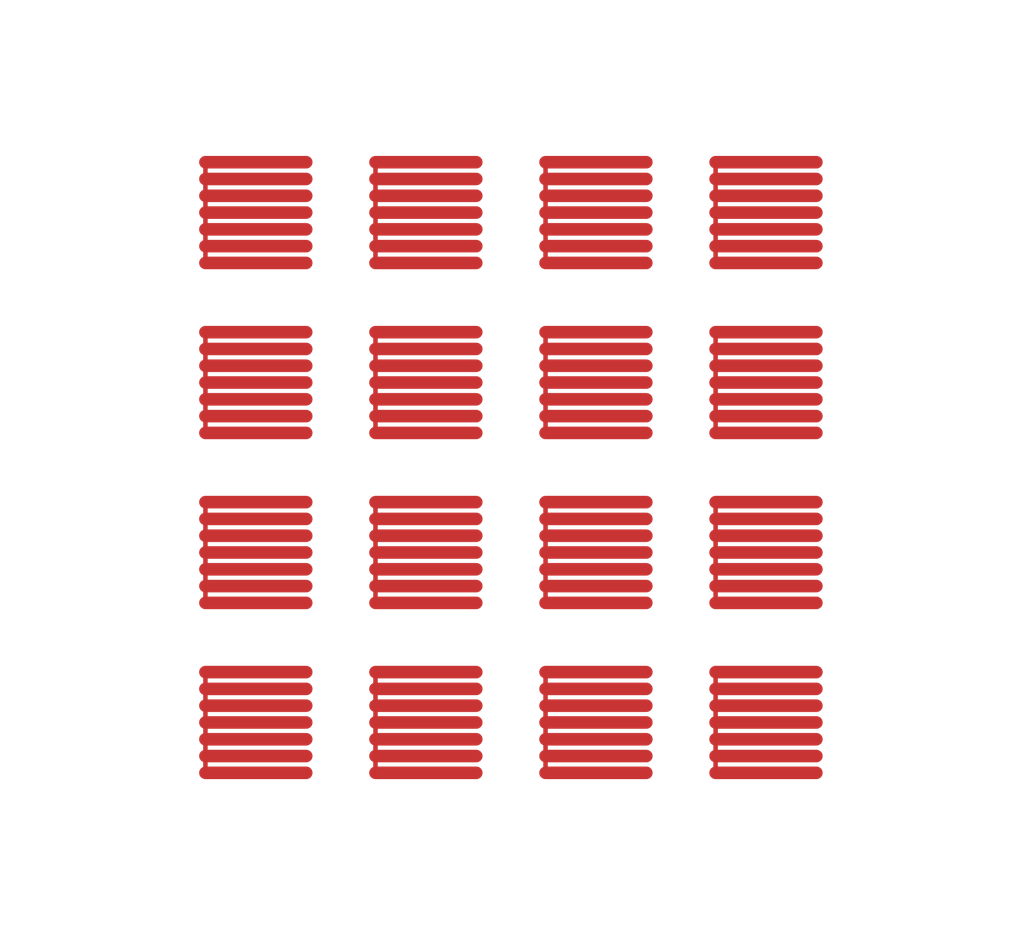
<source format=kicad_pcb>
(kicad_pcb
	(version 20240108)
	(generator "pcbnew")
	(generator_version "8.0")
	(general
		(thickness 1.6)
		(legacy_teardrops no)
	)
	(paper "A4")
	(layers
		(0 "F.Cu" signal)
		(1 "In1.Cu" signal)
		(2 "In2.Cu" signal)
		(31 "B.Cu" signal)
		(32 "B.Adhes" user "B.Adhesive")
		(33 "F.Adhes" user "F.Adhesive")
		(34 "B.Paste" user)
		(35 "F.Paste" user)
		(36 "B.SilkS" user "B.Silkscreen")
		(37 "F.SilkS" user "F.Silkscreen")
		(38 "B.Mask" user)
		(39 "F.Mask" user)
		(40 "Dwgs.User" user "User.Drawings")
		(41 "Cmts.User" user "User.Comments")
		(42 "Eco1.User" user "User.Eco1")
		(43 "Eco2.User" user "User.Eco2")
		(44 "Edge.Cuts" user)
		(45 "Margin" user)
		(46 "B.CrtYd" user "B.Courtyard")
		(47 "F.CrtYd" user "F.Courtyard")
		(48 "B.Fab" user)
		(49 "F.Fab" user)
		(50 "User.1" user)
		(51 "User.2" user)
		(52 "User.3" user)
		(53 "User.4" user)
		(54 "User.5" user)
		(55 "User.6" user)
		(56 "User.7" user)
		(57 "User.8" user)
		(58 "User.9" user)
	)
	(setup
		(stackup
			(layer "F.SilkS"
				(type "Top Silk Screen")
			)
			(layer "F.Paste"
				(type "Top Solder Paste")
			)
			(layer "F.Mask"
				(type "Top Solder Mask")
				(thickness 0.01)
			)
			(layer "F.Cu"
				(type "copper")
				(thickness 0.035)
			)
			(layer "dielectric 1"
				(type "prepreg")
				(thickness 0.1)
				(material "FR4")
				(epsilon_r 4.5)
				(loss_tangent 0.02)
			)
			(layer "In1.Cu"
				(type "copper")
				(thickness 0.035)
			)
			(layer "dielectric 2"
				(type "core")
				(thickness 1.24)
				(material "FR4")
				(epsilon_r 4.5)
				(loss_tangent 0.02)
			)
			(layer "In2.Cu"
				(type "copper")
				(thickness 0.035)
			)
			(layer "dielectric 3"
				(type "prepreg")
				(thickness 0.1)
				(material "FR4")
				(epsilon_r 4.5)
				(loss_tangent 0.02)
			)
			(layer "B.Cu"
				(type "copper")
				(thickness 0.035)
			)
			(layer "B.Mask"
				(type "Bottom Solder Mask")
				(thickness 0.01)
			)
			(layer "B.Paste"
				(type "Bottom Solder Paste")
			)
			(layer "B.SilkS"
				(type "Bottom Silk Screen")
			)
			(layer "F.SilkS"
				(type "Top Silk Screen")
			)
			(layer "F.Paste"
				(type "Top Solder Paste")
			)
			(layer "F.Mask"
				(type "Top Solder Mask")
				(thickness 0.01)
			)
			(layer "F.Cu"
				(type "copper")
				(thickness 0.035)
			)
			(layer "dielectric 4"
				(type "prepreg")
				(thickness 0.1)
				(material "FR4")
				(epsilon_r 4.5)
				(loss_tangent 0.02)
			)
			(layer "In1.Cu"
				(type "copper")
				(thickness 0.035)
			)
			(layer "dielectric 5"
				(type "core")
				(thickness 1.24)
				(material "FR4")
				(epsilon_r 4.5)
				(loss_tangent 0.02)
			)
			(layer "In2.Cu"
				(type "copper")
				(thickness 0.035)
			)
			(layer "dielectric 6"
				(type "prepreg")
				(thickness 0.1)
				(material "FR4")
				(epsilon_r 4.5)
				(loss_tangent 0.02)
			)
			(layer "B.Cu"
				(type "copper")
				(thickness 0.035)
			)
			(layer "B.Mask"
				(type "Bottom Solder Mask")
				(thickness 0.01)
			)
			(layer "B.Paste"
				(type "Bottom Solder Paste")
			)
			(layer "B.SilkS"
				(type "Bottom Silk Screen")
			)
			(layer "F.SilkS"
				(type "Top Silk Screen")
			)
			(layer "F.Paste"
				(type "Top Solder Paste")
			)
			(layer "F.Mask"
				(type "Top Solder Mask")
				(thickness 0.01)
			)
			(layer "F.Cu"
				(type "copper")
				(thickness 0.035)
			)
			(layer "dielectric 7"
				(type "prepreg")
				(thickness 0.1)
				(material "FR4")
				(epsilon_r 4.5)
				(loss_tangent 0.02)
			)
			(layer "In1.Cu"
				(type "copper")
				(thickness 0.035)
			)
			(layer "dielectric 8"
				(type "core")
				(thickness 1.24)
				(material "FR4")
				(epsilon_r 4.5)
				(loss_tangent 0.02)
			)
			(layer "In2.Cu"
				(type "copper")
				(thickness 0.035)
			)
			(layer "dielectric 9"
				(type "prepreg")
				(thickness 0.1)
				(material "FR4")
				(epsilon_r 4.5)
				(loss_tangent 0.02)
			)
			(layer "B.Cu"
				(type "copper")
				(thickness 0.035)
			)
			(layer "B.Mask"
				(type "Bottom Solder Mask")
				(thickness 0.01)
			)
			(layer "B.Paste"
				(type "Bottom Solder Paste")
			)
			(layer "B.SilkS"
				(type "Bottom Silk Screen")
			)
			(copper_finish "None")
			(dielectric_constraints no)
		)
		(pad_to_mask_clearance 0)
		(allow_soldermask_bridges_in_footprints no)
		(grid_origin 57.1476 0)
		(pcbplotparams
			(layerselection 0x0000000_7ffffffc)
			(plot_on_all_layers_selection 0x0000000_00000000)
			(disableapertmacros no)
			(usegerberextensions no)
			(usegerberattributes yes)
			(usegerberadvancedattributes yes)
			(creategerberjobfile yes)
			(dashed_line_dash_ratio 12.000000)
			(dashed_line_gap_ratio 3.000000)
			(svgprecision 6)
			(plotframeref no)
			(viasonmask no)
			(mode 1)
			(useauxorigin no)
			(hpglpennumber 1)
			(hpglpenspeed 20)
			(hpglpendiameter 15.000000)
			(pdf_front_fp_property_popups yes)
			(pdf_back_fp_property_popups yes)
			(dxfpolygonmode yes)
			(dxfimperialunits yes)
			(dxfusepcbnewfont yes)
			(psnegative no)
			(psa4output no)
			(plotreference yes)
			(plotvalue yes)
			(plotfptext yes)
			(plotinvisibletext no)
			(sketchpadsonfab no)
			(subtractmaskfromsilk no)
			(outputformat 1)
			(mirror no)
			(drillshape 0)
			(scaleselection 1)
			(outputdirectory "./fab")
		)
	)
	(net 0 "")
	(segment
		(start 117.777777 87.222222)
		(end 122.222222 87.222222)
		(width 0.555555)
		(layer "F.Cu")
		(net 0)
		(uuid "023f27a8-e122-469a-b4d9-89cd3cebd184")
	)
	(segment
		(start 117.777777 83.518518)
		(end 122.222222 83.518518)
		(width 0.555555)
		(layer "F.Cu")
		(net 0)
		(uuid "02875c70-24b8-4eef-be90-8d3a334c66cb")
	)
	(segment
		(start 125.277777 90.277777)
		(end 129.722222 90.277777)
		(width 0.555555)
		(layer "F.Cu")
		(net 0)
		(uuid "03239209-22bb-49c9-85fd-5481e9c2b078")
	)
	(segment
		(start 110.277777 76.018518)
		(end 114.722222 76.018518)
		(width 0.555555)
		(layer "F.Cu")
		(net 0)
		(uuid "086c2009-8708-4185-8fb8-8a9673baadf0")
	)
	(segment
		(start 117.777777 92.5)
		(end 122.222222 92.5)
		(width 0.555555)
		(layer "F.Cu")
		(net 0)
		(uuid "0aab0206-124b-46b2-98b2-dc7a3cd293f7")
	)
	(segment
		(start 110.277777 101.481481)
		(end 114.722222 101.481481)
		(width 0.555555)
		(layer "F.Cu")
		(net 0)
		(uuid "0ee50f17-8bf7-4942-9f6b-adf0a11bdbd1")
	)
	(segment
		(start 132.777777 91.018518)
		(end 137.222222 91.018518)
		(width 0.555555)
		(layer "F.Cu")
		(net 0)
		(uuid "0fc061f4-0b4c-467f-a79a-fbef8068e671")
	)
	(segment
		(start 110.277777 102.222222)
		(end 114.722222 102.222222)
		(width 0.555555)
		(layer "F.Cu")
		(net 0)
		(uuid "0ff4bd80-be23-4638-928c-9335eb812fe8")
	)
	(segment
		(start 117.777777 75.277777)
		(end 122.222222 75.277777)
		(width 0.555555)
		(layer "F.Cu")
		(net 0)
		(uuid "11cac0f6-2b13-498a-b5ae-fd26925e524a")
	)
	(segment
		(start 110.277777 75.277777)
		(end 110.277777 79.722222)
		(width 0.2)
		(layer "F.Cu")
		(net 0)
		(uuid "13f90b37-e65f-4f9f-840d-d53fd80d3115")
	)
	(segment
		(start 110.277777 94.722222)
		(end 114.722222 94.722222)
		(width 0.555555)
		(layer "F.Cu")
		(net 0)
		(uuid "156d40de-fb96-4294-9d46-595b6f37b0d2")
	)
	(segment
		(start 117.777777 101.481481)
		(end 122.222222 101.481481)
		(width 0.555555)
		(layer "F.Cu")
		(net 0)
		(uuid "1a226ca6-18c6-4d97-a80a-06da49b17936")
	)
	(segment
		(start 117.777777 93.24074)
		(end 122.222222 93.24074)
		(width 0.555555)
		(layer "F.Cu")
		(net 0)
		(uuid "1ca3da0b-ab45-4cb5-9b1b-a87d99cf986e")
	)
	(segment
		(start 132.777777 100)
		(end 137.222222 100)
		(width 0.555555)
		(layer "F.Cu")
		(net 0)
		(uuid "1d26e535-cd9f-423a-a65e-0adc0946a831")
	)
	(segment
		(start 110.277777 91.018518)
		(end 114.722222 91.018518)
		(width 0.555555)
		(layer "F.Cu")
		(net 0)
		(uuid "21aeedde-57d8-498e-b017-93c14e9fa1f8")
	)
	(segment
		(start 117.777777 82.777777)
		(end 122.222222 82.777777)
		(width 0.555555)
		(layer "F.Cu")
		(net 0)
		(uuid "27babc22-ff06-4189-86dd-c522a5fd0ea2")
	)
	(segment
		(start 125.277777 83.518518)
		(end 129.722222 83.518518)
		(width 0.555555)
		(layer "F.Cu")
		(net 0)
		(uuid "289127a1-0b56-4a94-a8d3-363493a58104")
	)
	(segment
		(start 110.277777 84.259259)
		(end 114.722222 84.259259)
		(width 0.555555)
		(layer "F.Cu")
		(net 0)
		(uuid "295bb48c-4f28-4971-bc84-e1eb4f050a35")
	)
	(segment
		(start 110.277777 83.518518)
		(end 114.722222 83.518518)
		(width 0.555555)
		(layer "F.Cu")
		(net 0)
		(uuid "2dd0f9c5-f5b0-4688-99ce-341507c8bc57")
	)
	(segment
		(start 125.277777 76.759259)
		(end 129.722222 76.759259)
		(width 0.555555)
		(layer "F.Cu")
		(net 0)
		(uuid "2dd15626-f679-4c48-9efe-c673b2b62a24")
	)
	(segment
		(start 132.777777 77.5)
		(end 137.222222 77.5)
		(width 0.555555)
		(layer "F.Cu")
		(net 0)
		(uuid "2fa39864-d3ad-4bcc-8cb2-3cfdc0d8ed17")
	)
	(segment
		(start 132.777777 76.018518)
		(end 137.222222 76.018518)
		(width 0.555555)
		(layer "F.Cu")
		(net 0)
		(uuid "303c4085-d9ee-43f2-9584-3485a825a498")
	)
	(segment
		(start 117.777777 82.777777)
		(end 117.777777 87.222222)
		(width 0.2)
		(layer "F.Cu")
		(net 0)
		(uuid "318fa08d-501a-4cf1-b0c4-22b093619ab6")
	)
	(segment
		(start 110.277777 85)
		(end 114.722222 85)
		(width 0.555555)
		(layer "F.Cu")
		(net 0)
		(uuid "34cf60af-0b75-4f81-b5f9-0a9a6b44bc4f")
	)
	(segment
		(start 117.777777 85)
		(end 122.222222 85)
		(width 0.555555)
		(layer "F.Cu")
		(net 0)
		(uuid "3785614d-b8d5-490d-8b94-7e2dbd408828")
	)
	(segment
		(start 132.777777 100.74074)
		(end 137.222222 100.74074)
		(width 0.555555)
		(layer "F.Cu")
		(net 0)
		(uuid "38e50182-bad2-41c7-b8b5-83f725499432")
	)
	(segment
		(start 132.777777 90.277777)
		(end 137.222222 90.277777)
		(width 0.555555)
		(layer "F.Cu")
		(net 0)
		(uuid "38fb1131-decd-4b0c-9a2d-58f39aa20346")
	)
	(segment
		(start 117.777777 79.722222)
		(end 122.222222 79.722222)
		(width 0.555555)
		(layer "F.Cu")
		(net 0)
		(uuid "3f1facc6-6a1e-4f58-b852-05d68ac4ed2c")
	)
	(segment
		(start 125.277777 82.777777)
		(end 129.722222 82.777777)
		(width 0.555555)
		(layer "F.Cu")
		(net 0)
		(uuid "406af96e-fb1d-4453-9fdd-d7aab240d5b9")
	)
	(segment
		(start 132.777777 75.277777)
		(end 132.777777 79.722222)
		(width 0.2)
		(layer "F.Cu")
		(net 0)
		(uuid "41770cdb-43e4-408a-86c9-21a86ee4419e")
	)
	(segment
		(start 110.277777 85.74074)
		(end 114.722222 85.74074)
		(width 0.555555)
		(layer "F.Cu")
		(net 0)
		(uuid "42399411-058e-446d-bfb9-4ce20c5c6b56")
	)
	(segment
		(start 132.777777 99.259259)
		(end 137.222222 99.259259)
		(width 0.555555)
		(layer "F.Cu")
		(net 0)
		(uuid "430b8e83-941c-4d7b-9398-00b87bb206cc")
	)
	(segment
		(start 125.277777 79.722222)
		(end 129.722222 79.722222)
		(width 0.555555)
		(layer "F.Cu")
		(net 0)
		(uuid "4400f924-e082-41c2-ae36-a64c492cf82a")
	)
	(segment
		(start 125.277777 75.277777)
		(end 125.277777 79.722222)
		(width 0.2)
		(layer "F.Cu")
		(net 0)
		(uuid "44a8ae4d-9ba7-434d-b05a-2507cb5d463b")
	)
	(segment
		(start 125.277777 76.018518)
		(end 129.722222 76.018518)
		(width 0.555555)
		(layer "F.Cu")
		(net 0)
		(uuid "44ec95ae-525f-46b5-80cd-674a0f9e3bdb")
	)
	(segment
		(start 117.777777 102.222222)
		(end 122.222222 102.222222)
		(width 0.555555)
		(layer "F.Cu")
		(net 0)
		(uuid "48efe6b1-167e-48f8-81de-323687f86e17")
	)
	(segment
		(start 117.777777 86.481481)
		(end 122.222222 86.481481)
		(width 0.555555)
		(layer "F.Cu")
		(net 0)
		(uuid "4b0a9a89-0e8b-47ef-84be-c54fc2eda60a")
	)
	(segment
		(start 132.777777 102.222222)
		(end 137.222222 102.222222)
		(width 0.555555)
		(layer "F.Cu")
		(net 0)
		(uuid "4ea75ce7-9e5a-4f8e-8729-03cb66fea661")
	)
	(segment
		(start 110.277777 90.277777)
		(end 114.722222 90.277777)
		(width 0.555555)
		(layer "F.Cu")
		(net 0)
		(uuid "50a17d8e-5312-41d8-a65a-727c97f389ef")
	)
	(segment
		(start 132.777777 78.981481)
		(end 137.222222 78.981481)
		(width 0.555555)
		(layer "F.Cu")
		(net 0)
		(uuid "5101c7d1-13ed-4f21-a2d1-83ed32f54164")
	)
	(segment
		(start 110.277777 79.722222)
		(end 114.722222 79.722222)
		(width 0.555555)
		(layer "F.Cu")
		(net 0)
		(uuid "524aa18f-d41e-452c-85d7-02d6db4aeece")
	)
	(segment
		(start 110.277777 75.277777)
		(end 114.722222 75.277777)
		(width 0.555555)
		(layer "F.Cu")
		(net 0)
		(uuid "56406985-a740-4d6d-b889-2d3b419277c3")
	)
	(segment
		(start 117.777777 100)
		(end 122.222222 100)
		(width 0.555555)
		(layer "F.Cu")
		(net 0)
		(uuid "5687336d-33bb-4a8b-a9c3-1bde8658858b")
	)
	(segment
		(start 125.277777 100)
		(end 129.722222 100)
		(width 0.555555)
		(layer "F.Cu")
		(net 0)
		(uuid "56e62e89-40c5-4c45-b703-a62db3dac7e7")
	)
	(segment
		(start 132.777777 82.777777)
		(end 132.777777 87.222222)
		(width 0.2)
		(layer "F.Cu")
		(net 0)
		(uuid "593d86fc-c0ed-460d-8e3b-863fb729582e")
	)
	(segment
		(start 117.777777 100.74074)
		(end 122.222222 100.74074)
		(width 0.555555)
		(layer "F.Cu")
		(net 0)
		(uuid "5b152a07-ddaa-4039-847d-57755f53c130")
	)
	(segment
		(start 110.277777 93.981481)
		(end 114.722222 93.981481)
		(width 0.555555)
		(layer "F.Cu")
		(net 0)
		(uuid "5b489643-ae14-42cb-b54b-2ed27eea1adf")
	)
	(segment
		(start 117.777777 99.259259)
		(end 122.222222 99.259259)
		(width 0.555555)
		(layer "F.Cu")
		(net 0)
		(uuid "5dd0865c-bd63-4c89-80fb-ae0cf565988b")
	)
	(segment
		(start 125.277777 84.259259)
		(end 129.722222 84.259259)
		(width 0.555555)
		(layer "F.Cu")
		(net 0)
		(uuid "5ebf1924-13ab-4eff-9f97-dcca156f54d1")
	)
	(segment
		(start 125.277777 100.74074)
		(end 129.722222 100.74074)
		(width 0.555555)
		(layer "F.Cu")
		(net 0)
		(uuid "60b75cf0-1db0-465f-8884-ce91b24c473f")
	)
	(segment
		(start 132.777777 85)
		(end 137.222222 85)
		(width 0.555555)
		(layer "F.Cu")
		(net 0)
		(uuid "62cc3a0c-255d-4569-b5cc-0510d5c8f1da")
	)
	(segment
		(start 132.777777 93.981481)
		(end 137.222222 93.981481)
		(width 0.555555)
		(layer "F.Cu")
		(net 0)
		(uuid "64e09ea6-fce9-419b-a929-421d5523fa54")
	)
	(segment
		(start 117.777777 93.981481)
		(end 122.222222 93.981481)
		(width 0.555555)
		(layer "F.Cu")
		(net 0)
		(uuid "651a35b9-6d96-4ba0-8963-df5295dc7b68")
	)
	(segment
		(start 117.777777 97.777777)
		(end 122.222222 97.777777)
		(width 0.555555)
		(layer "F.Cu")
		(net 0)
		(uuid "667ad42f-2fa4-45c2-a48f-a1640a9710f0")
	)
	(segment
		(start 132.777777 82.777777)
		(end 137.222222 82.777777)
		(width 0.555555)
		(layer "F.Cu")
		(net 0)
		(uuid "67c68b26-f7ed-427b-830e-0228c0f050c6")
	)
	(segment
		(start 117.777777 84.259259)
		(end 122.222222 84.259259)
		(width 0.555555)
		(layer "F.Cu")
		(net 0)
		(uuid "6b90e612-d19a-4411-a9f0-9f9be1fbc696")
	)
	(segment
		(start 132.777777 97.777777)
		(end 132.777777 102.222222)
		(width 0.2)
		(layer "F.Cu")
		(net 0)
		(uuid "6cd0c15c-ce25-4f13-bfc7-d11b6c358f8c")
	)
	(segment
		(start 132.777777 94.722222)
		(end 137.222222 94.722222)
		(width 0.555555)
		(layer "F.Cu")
		(net 0)
		(uuid "722d395b-3451-4a9e-894e-471c8bf5cdb1")
	)
	(segment
		(start 117.777777 76.759259)
		(end 122.222222 76.759259)
		(width 0.555555)
		(layer "F.Cu")
		(net 0)
		(uuid "72b7c413-a77c-4e16-aea5-6a6d73fc5055")
	)
	(segment
		(start 110.277777 98.518518)
		(end 114.722222 98.518518)
		(width 0.555555)
		(layer "F.Cu")
		(net 0)
		(uuid "737e25a3-169d-46b5-b56c-4026cda72eca")
	)
	(segment
		(start 117.777777 78.24074)
		(end 122.222222 78.24074)
		(width 0.555555)
		(layer "F.Cu")
		(net 0)
		(uuid "756298f4-3243-42d2-be76-b7cb27149719")
	)
	(segment
		(start 110.277777 87.222222)
		(end 114.722222 87.222222)
		(width 0.555555)
		(layer "F.Cu")
		(net 0)
		(uuid "76238154-c6af-4dc8-b54d-4f2645e0399f")
	)
	(segment
		(start 132.777777 87.222222)
		(end 137.222222 87.222222)
		(width 0.555555)
		(layer "F.Cu")
		(net 0)
		(uuid "7851f5af-6a4b-4d01-8523-c8b9d4dd9c86")
	)
	(segment
		(start 125.277777 94.722222)
		(end 129.722222 94.722222)
		(width 0.555555)
		(layer "F.Cu")
		(net 0)
		(uuid "7b3f2c73-6075-46b5-8864-a82a63cf70de")
	)
	(segment
		(start 125.277777 86.481481)
		(end 129.722222 86.481481)
		(width 0.555555)
		(layer "F.Cu")
		(net 0)
		(uuid "7bacd7ec-aa81-4a19-ac1c-2225bf2560f6")
	)
	(segment
		(start 132.777777 92.5)
		(end 137.222222 92.5)
		(width 0.555555)
		(layer "F.Cu")
		(net 0)
		(uuid "7ded069a-5eb6-4866-8a6f-07a4e55bf649")
	)
	(segment
		(start 125.277777 91.018518)
		(end 129.722222 91.018518)
		(width 0.555555)
		(layer "F.Cu")
		(net 0)
		(uuid "7f002b21-4de2-4a39-882e-d44fbdb96a59")
	)
	(segment
		(start 110.277777 97.777777)
		(end 114.722222 97.777777)
		(width 0.555555)
		(layer "F.Cu")
		(net 0)
		(uuid "81fe8e73-61c1-4d94-aa17-52df900fc5f2")
	)
	(segment
		(start 132.777777 76.759259)
		(end 137.222222 76.759259)
		(width 0.555555)
		(layer "F.Cu")
		(net 0)
		(uuid "856692fe-5651-4df2-bde5-96569545159e")
	)
	(segment
		(start 117.777777 77.5)
		(end 122.222222 77.5)
		(width 0.555555)
		(layer "F.Cu")
		(net 0)
		(uuid "874fd3d0-5ccb-4b37-a18d-fd9a1c18d4fc")
	)
	(segment
		(start 125.277777 93.24074)
		(end 129.722222 93.24074)
		(width 0.555555)
		(layer "F.Cu")
		(net 0)
		(uuid "89ee5afb-3c6c-40fe-b7c8-c7c8282aca5f")
	)
	(segment
		(start 110.277777 77.5)
		(end 114.722222 77.5)
		(width 0.555555)
		(layer "F.Cu")
		(net 0)
		(uuid "89f14829-4fe0-4c50-8817-949110c4dc7c")
	)
	(segment
		(start 117.777777 90.277777)
		(end 122.222222 90.277777)
		(width 0.555555)
		(layer "F.Cu")
		(net 0)
		(uuid "89f16d5c-910a-4472-9c8c-2f515e57554f")
	)
	(segment
		(start 117.777777 85.74074)
		(end 122.222222 85.74074)
		(width 0.555555)
		(layer "F.Cu")
		(net 0)
		(uuid "8be12ff7-6ea2-415e-b00b-99c63b976e6c")
	)
	(segment
		(start 110.277777 97.777777)
		(end 110.277777 102.222222)
		(width 0.2)
		(layer "F.Cu")
		(net 0)
		(uuid "8d45067f-4483-4d30-8417-ffdf836ce848")
	)
	(segment
		(start 132.777777 101.481481)
		(end 137.222222 101.481481)
		(width 0.555555)
		(layer "F.Cu")
		(net 0)
		(uuid "90586fac-8b89-4090-991e-144fd5fe99cc")
	)
	(segment
		(start 110.277777 82.777777)
		(end 114.722222 82.777777)
		(width 0.555555)
		(layer "F.Cu")
		(net 0)
		(uuid "91792bb7-1b4a-4972-ada5-e8c5cde1874b")
	)
	(segment
		(start 117.777777 75.277777)
		(end 117.777777 79.722222)
		(width 0.2)
		(layer "F.Cu")
		(net 0)
		(uuid "91c18d23-b888-4531-9093-8b49ad503c2a")
	)
	(segment
		(start 125.277777 78.24074)
		(end 129.722222 78.24074)
		(width 0.555555)
		(layer "F.Cu")
		(net 0)
		(uuid "941d77c6-1c73-4eda-b9d8-c51995f3d346")
	)
	(segment
		(start 132.777777 91.759259)
		(end 137.222222 91.759259)
		(width 0.555555)
		(layer "F.Cu")
		(net 0)
		(uuid "96498aa1-fb1c-45cd-9e4c-9d978be33aa4")
	)
	(segment
		(start 132.777777 90.277777)
		(end 132.777777 94.722222)
		(width 0.2)
		(layer "F.Cu")
		(net 0)
		(uuid "967fa608-8237-4ebd-ba54-735497517a23")
	)
	(segment
		(start 110.277777 76.759259)
		(end 114.722222 76.759259)
		(width 0.555555)
		(layer "F.Cu")
		(net 0)
		(uuid "9a6e5940-eba6-4dd1-8662-c17c1264df3f")
	)
	(segment
		(start 132.777777 93.24074)
		(end 137.222222 93.24074)
		(width 0.555555)
		(layer "F.Cu")
		(net 0)
		(uuid "9e89031f-65f4-4e48-9ad2-39f6b0715d98")
	)
	(segment
		(start 125.277777 98.518518)
		(end 129.722222 98.518518)
		(width 0.555555)
		(layer "F.Cu")
		(net 0)
		(uuid "a1860513-d87e-44f5-83ab-a276243b4a40")
	)
	(segment
		(start 125.277777 85)
		(end 129.722222 85)
		(width 0.555555)
		(layer "F.Cu")
		(net 0)
		(uuid "a278c2e1-0f0e-4d9f-a553-d71bc55027dd")
	)
	(segment
		(start 132.777777 98.518518)
		(end 137.222222 98.518518)
		(width 0.555555)
		(layer "F.Cu")
		(net 0)
		(uuid "a3818e70-a84f-45cf-aaa4-063237681198")
	)
	(segment
		(start 132.777777 97.777777)
		(end 137.222222 97.777777)
		(width 0.555555)
		(layer "F.Cu")
		(net 0)
		(uuid "a421014e-7922-444a-b877-1234873bf530")
	)
	(segment
		(start 110.277777 92.5)
		(end 114.722222 92.5)
		(width 0.555555)
		(layer "F.Cu")
		(net 0)
		(uuid "a4369d34-080a-47fe-895d-3058cb1cbd47")
	)
	(segment
		(start 117.777777 90.277777)
		(end 117.777777 94.722222)
		(width 0.2)
		(layer "F.Cu")
		(net 0)
		(uuid "a628351a-0d00-45c9-8767-f56b0f3cfbc1")
	)
	(segment
		(start 117.777777 91.018518)
		(end 122.222222 91.018518)
		(width 0.555555)
		(layer "F.Cu")
		(net 0)
		(uuid "a9d2c9b7-ab46-45be-9505-08ee810019a4")
	)
	(segment
		(start 125.277777 90.277777)
		(end 125.277777 94.722222)
		(width 0.2)
		(layer "F.Cu")
		(net 0)
		(uuid "b01c75d3-7ff9-419d-a168-43e61c10db27")
	)
	(segment
		(start 125.277777 82.777777)
		(end 125.277777 87.222222)
		(width 0.2)
		(layer "F.Cu")
		(net 0)
		(uuid "b02b7708-5519-42fc-a1b1-6aefd567f5d4")
	)
	(segment
		(start 117.777777 78.981481)
		(end 122.222222 78.981481)
		(width 0.555555)
		(layer "F.Cu")
		(net 0)
		(uuid "b4076bd0-17c0-4eab-9284-edf1ea48da32")
	)
	(segment
		(start 125.277777 93.981481)
		(end 129.722222 93.981481)
		(width 0.555555)
		(layer "F.Cu")
		(net 0)
		(uuid "b6bc0dae-5b75-406a-a0df-77a1cf1b946c")
	)
	(segment
		(start 110.277777 78.24074)
		(end 114.722222 78.24074)
		(width 0.555555)
		(layer "F.Cu")
		(net 0)
		(uuid "b7fd07d3-0f69-4c2f-9d7d-77361007e923")
	)
	(segment
		(start 110.277777 91.759259)
		(end 114.722222 91.759259)
		(width 0.555555)
		(layer "F.Cu")
		(net 0)
		(uuid "b927d867-551f-4053-9bf5-24da15144534")
	)
	(segment
		(start 110.277777 93.24074)
		(end 114.722222 93.24074)
		(width 0.555555)
		(layer "F.Cu")
		(net 0)
		(uuid "b9e9e1e9-de6f-4378-8a4e-2218316cd98d")
	)
	(segment
		(start 110.277777 86.481481)
		(end 114.722222 86.481481)
		(width 0.555555)
		(layer "F.Cu")
		(net 0)
		(uuid "ba313882-09cd-483d-8970-eff78b6a3db3")
	)
	(segment
		(start 132.777777 83.518518)
		(end 137.222222 83.518518)
		(width 0.555555)
		(layer "F.Cu")
		(net 0)
		(uuid "bacad274-43f4-4053-bd9b-5308e6f41b0b")
	)
	(segment
		(start 110.277777 78.981481)
		(end 114.722222 78.981481)
		(width 0.555555)
		(layer "F.Cu")
		(net 0)
		(uuid "bcff3b78-68ff-428b-9ac7-94a049d492e1")
	)
	(segment
		(start 132.777777 75.277777)
		(end 137.222222 75.277777)
		(width 0.555555)
		(layer "F.Cu")
		(net 0)
		(uuid "bdd09c26-ea86-4bb7-85bb-4032e131a6b7")
	)
	(segment
		(start 125.277777 77.5)
		(end 129.722222 77.5)
		(width 0.555555)
		(layer "F.Cu")
		(net 0)
		(uuid "be955cdc-7150-4fe6-9e31-0d8c62366c1c")
	)
	(segment
		(start 110.277777 90.277777)
		(end 110.277777 94.722222)
		(width 0.2)
		(layer "F.Cu")
		(net 0)
		(uuid "c17502e6-fc17-491c-ac56-a75185041330")
	)
	(segment
		(start 110.277777 99.259259)
		(end 114.722222 99.259259)
		(width 0.555555)
		(layer "F.Cu")
		(net 0)
		(uuid "c3ff0207-cd47-4020-b71b-91a8e3622d98")
	)
	(segment
		(start 132.777777 79.722222)
		(end 137.222222 79.722222)
		(width 0.555555)
		(layer "F.Cu")
		(net 0)
		(uuid "c5c39172-7b10-4bcc-8253-8382891eb881")
	)
	(segment
		(start 125.277777 91.759259)
		(end 129.722222 91.759259)
		(width 0.555555)
		(layer "F.Cu")
		(net 0)
		(uuid "c69df04d-9474-438d-a647-e04558ec2b09")
	)
	(segment
		(start 125.277777 101.481481)
		(end 129.722222 101.481481)
		(width 0.555555)
		(layer "F.Cu")
		(net 0)
		(uuid "cfe28aa1-faf1-466e-9afa-87e5d7a1f380")
	)
	(segment
		(start 125.277777 75.277777)
		(end 129.722222 75.277777)
		(width 0.555555)
		(layer "F.Cu")
		(net 0)
		(uuid "d25c3abf-db56-4c0e-bf42-9dc5f8d4061a")
	)
	(segment
		(start 110.277777 82.777777)
		(end 110.277777 87.222222)
		(width 0.2)
		(layer "F.Cu")
		(net 0)
		(uuid "d4d2eb6b-e337-4086-bf8f-02d68de437fb")
	)
	(segment
		(start 125.277777 85.74074)
		(end 129.722222 85.74074)
		(width 0.555555)
		(layer "F.Cu")
		(net 0)
		(uuid "d63323b8-dd90-4c0e-ac4a-f4042c8ee502")
	)
	(segment
		(start 125.277777 97.777777)
		(end 129.722222 97.777777)
		(width 0.555555)
		(layer "F.Cu")
		(net 0)
		(uuid "d88f491b-2cfa-4ebd-9b06-36ca9bb23780")
	)
	(segment
		(start 110.277777 100.74074)
		(end 114.722222 100.74074)
		(width 0.555555)
		(layer "F.Cu")
		(net 0)
		(uuid "db60732f-44a0-4160-9909-c6fb6252d53a")
	)
	(segment
		(start 117.777777 91.759259)
		(end 122.222222 91.759259)
		(width 0.555555)
		(layer "F.Cu")
		(net 0)
		(uuid "dee2e7b3-d4fd-4e28-b7e0-8281f6749caf")
	)
	(segment
		(start 125.277777 87.222222)
		(end 129.722222 87.222222)
		(width 0.555555)
		(layer "F.Cu")
		(net 0)
		(uuid "dee36f2f-ca73-4aa9-98a6-64e4331b706f")
	)
	(segment
		(start 125.277777 78.981481)
		(end 129.722222 78.981481)
		(width 0.555555)
		(layer "F.Cu")
		(net 0)
		(uuid "df2ce977-75c8-4cd6-9d6e-38b76b2c9b70")
	)
	(segment
		(start 117.777777 98.518518)
		(end 122.222222 98.518518)
		(width 0.555555)
		(layer "F.Cu")
		(net 0)
		(uuid "e5425998-c5d6-470f-b8aa-e410c0eef51c")
	)
	(segment
		(start 125.277777 99.259259)
		(end 129.722222 99.259259)
		(width 0.555555)
		(layer "F.Cu")
		(net 0)
		(uuid "e948a062-ca15-4f7c-8760-663b7b793641")
	)
	(segment
		(start 132.777777 84.259259)
		(end 137.222222 84.259259)
		(width 0.555555)
		(layer "F.Cu")
		(net 0)
		(uuid "ea7c628b-0ee0-4280-bd24-ad3effbd1653")
	)
	(segment
		(start 117.777777 94.722222)
		(end 122.222222 94.722222)
		(width 0.555555)
		(layer "F.Cu")
		(net 0)
		(uuid "eae68f83-ed3a-414e-a123-73393d728f65")
	)
	(segment
		(start 110.277777 100)
		(end 114.722222 100)
		(width 0.555555)
		(layer "F.Cu")
		(net 0)
		(uuid "ef3671ec-2017-49a7-af77-7ef576ef9e06")
	)
	(segment
		(start 125.277777 97.777777)
		(end 125.277777 102.222222)
		(width 0.2)
		(layer "F.Cu")
		(net 0)
		(uuid "f0e36afe-85a6-4b90-b8d9-a6fd6cff086a")
	)
	(segment
		(start 132.777777 85.74074)
		(end 137.222222 85.74074)
		(width 0.555555)
		(layer "F.Cu")
		(net 0)
		(uuid "f19c1e2d-b3f6-4679-9d18-731dd6974dd4")
	)
	(segment
		(start 117.777777 76.018518)
		(end 122.222222 76.018518)
		(width 0.555555)
		(layer "F.Cu")
		(net 0)
		(uuid "f297f777-d04c-48eb-879d-b22787994ac3")
	)
	(segment
		(start 132.777777 86.481481)
		(end 137.222222 86.481481)
		(width 0.555555)
		(layer "F.Cu")
		(net 0)
		(uuid "f3d289d3-e669-42d6-8c35-52a75f989c60")
	)
	(segment
		(start 132.777777 78.24074)
		(end 137.222222 78.24074)
		(width 0.555555)
		(layer "F.Cu")
		(net 0)
		(uuid "f4026b06-b12b-454f-9acb-b5528699c4ec")
	)
	(segment
		(start 117.777777 97.777777)
		(end 117.777777 102.222222)
		(width 0.2)
		(layer "F.Cu")
		(net 0)
		(uuid "f7b3281c-bca3-453a-9685-07e3acead572")
	)
	(segment
		(start 125.277777 102.222222)
		(end 129.722222 102.222222)
		(width 0.555555)
		(layer "F.Cu")
		(net 0)
		(uuid "f851b338-b1ac-4ac3-973b-a27041c027b3")
	)
	(segment
		(start 125.277777 92.5)
		(end 129.722222 92.5)
		(width 0.555555)
		(layer "F.Cu")
		(net 0)
		(uuid "ff3d252d-4885-4dac-b8fb-8ceb1b0e6601")
	)
	(segment
		(start 110.092592 94.907407)
		(end 114.907407 94.907407)
		(width 0.185185)
		(layer "In1.Cu")
		(net 0)
		(uuid "02ef3141-cf8d-479f-8b74-f671634c1b65")
	)
	(segment
		(start 125.092592 97.592592)
		(end 129.907407 97.592592)
		(width 0.185185)
		(layer "In1.Cu")
		(net 0)
		(uuid "0469b3ef-7a07-453b-8cca-81d67b536740")
	)
	(segment
		(start 117.777777 75.648148)
		(end 122.222222 75.648148)
		(width 0.555555)
		(layer "In1.Cu")
		(net 0)
		(uuid "04d59a84-fe89-4192-aba0-a1522c92132a")
	)
	(segment
		(start 132.592592 75.092592)
		(end 137.407407 75.092592)
		(width 0.185185)
		(layer "In1.Cu")
		(net 0)
		(uuid "08b5f482-f9cc-4468-b826-030372931cde")
	)
	(segment
		(start 117.777777 94.351851)
		(end 122.222222 94.351851)
		(width 0.555555)
		(layer "In1.Cu")
		(net 0)
		(uuid "0b86caee-fd7a-41b5-b9b2-7da8f05e722f")
	)
	(segment
		(start 110.277777 91.388888)
		(end 114.722222 91.388888)
		(width 0.555555)
		(layer "In1.Cu")
		(net 0)
		(uuid "0da8542e-169d-456b-b1d7-b3e974fa296a")
	)
	(segment
		(start 132.777777 86.851851)
		(end 137.222222 86.851851)
		(width 0.555555)
		(layer "In1.Cu")
		(net 0)
		(uuid "0dee8609-64cb-4085-aad3-3b6104455f10")
	)
	(segment
		(start 110.277777 76.388888)
		(end 114.722222 76.388888)
		(width 0.555555)
		(layer "In1.Cu")
		(net 0)
		(uuid "0f37e6de-1a7f-4b13-8b46-b896f20cb049")
	)
	(segment
		(start 132.592592 87.407407)
		(end 137.407407 87.407407)
		(width 0.185185)
		(layer "In1.Cu")
		(net 0)
		(uuid "10cd5c87-a36d-4301-82ef-88db79527511")
	)
	(segment
		(start 132.777777 100.37037)
		(end 137.222222 100.37037)
		(width 0.555555)
		(layer "In1.Cu")
		(net 0)
		(uuid "10f9c7cd-5943-49c1-a614-969e7bf02178")
	)
	(segment
		(start 122.222222 94.907407)
		(end 122.222222 90.092592)
		(width 0.2)
		(layer "In1.Cu")
		(net 0)
		(uuid "13ec7384-fa82-43b7-b833-00d003854c19")
	)
	(segment
		(start 110.277777 83.888888)
		(end 114.722222 83.888888)
		(width 0.555555)
		(layer "In1.Cu")
		(net 0)
		(uuid "14b971b0-8bc7-4e00-a62b-4e8ef28976ce")
	)
	(segment
		(start 132.777777 77.87037)
		(end 137.222222 77.87037)
		(width 0.555555)
		(layer "In1.Cu")
		(net 0)
		(uuid "151d65f1-ce8b-4657-a80d-10e5366c6bd4")
	)
	(segment
		(start 132.592592 102.407407)
		(end 137.407407 102.407407)
		(width 0.185185)
		(layer "In1.Cu")
		(net 0)
		(uuid "158ab7ce-51bf-4619-8bde-d5fdee02816b")
	)
	(segment
		(start 117.777777 101.851851)
		(end 122.222222 101.851851)
		(width 0.555555)
		(layer "In1.Cu")
		(net 0)
		(uuid "15ef0c6e-bd69-43f4-b07f-d793afcbdefa")
	)
	(segment
		(start 117.777777 92.87037)
		(end 122.222222 92.87037)
		(width 0.555555)
		(layer "In1.Cu")
		(net 0)
		(uuid "1bf094f2-c7c4-431e-8f41-df5ca9406b53")
	)
	(segment
		(start 117.592592 82.592592)
		(end 122.407407 82.592592)
		(width 0.185185)
		(layer "In1.Cu")
		(net 0)
		(uuid "1dd92815-0c22-4d1a-8166-6149bbc668d0")
	)
	(segment
		(start 137.222222 87.407407)
		(end 137.222222 82.592592)
		(width 0.2)
		(layer "In1.Cu")
		(net 0)
		(uuid "1e24a245-2ce8-497b-961c-1492fea7ecc0")
	)
	(segment
		(start 132.777777 76.388888)
		(end 137.222222 76.388888)
		(width 0.555555)
		(layer "In1.Cu")
		(net 0)
		(uuid "1ebad383-3200-4055-b72b-877f49036478")
	)
	(segment
		(start 110.277777 93.611111)
		(end 114.722222 93.611111)
		(width 0.555555)
		(layer "In1.Cu")
		(net 0)
		(uuid "205a4412-1fcc-46fd-b3b7-6ca307a40942")
	)
	(segment
		(start 125.277777 92.129629)
		(end 129.722222 92.129629)
		(width 0.555555)
		(layer "In1.Cu")
		(net 0)
		(uuid "215fe975-1814-4afe-9ea6-ab68f76a1b2e")
	)
	(segment
		(start 132.777777 79.351851)
		(end 137.222222 79.351851)
		(width 0.555555)
		(layer "In1.Cu")
		(net 0)
		(uuid "21fe2a65-6c73-4a66-819b-2d9b6322ad70")
	)
	(segment
		(start 125.277777 100.37037)
		(end 129.722222 100.37037)
		(width 0.555555)
		(layer "In1.Cu")
		(net 0)
		(uuid "224949f9-226b-4d63-bffa-114e6b30f9bd")
	)
	(segment
		(start 110.092592 75.092592)
		(end 114.907407 75.092592)
		(width 0.185185)
		(layer "In1.Cu")
		(net 0)
		(uuid "227714ee-876e-47a1-bc83-5c05d79911eb")
	)
	(segment
		(start 125.092592 90.092592)
		(end 129.907407 90.092592)
		(width 0.185185)
		(layer "In1.Cu")
		(net 0)
		(uuid "25b306d9-1968-44e9-ad47-b2ec845b939e")
	)
	(segment
		(start 114.722222 94.907407)
		(end 114.722222 90.092592)
		(width 0.2)
		(layer "In1.Cu")
		(net 0)
		(uuid "26657c99-6400-4a50-a29f-7d8a451abce8")
	)
	(segment
		(start 117.777777 90.648148)
		(end 122.222222 90.648148)
		(width 0.555555)
		(layer "In1.Cu")
		(net 0)
		(uuid "29971433-7e45-41bb-96fa-d9e155ad82f9")
	)
	(segment
		(start 117.592592 102.407407)
		(end 122.407407 102.407407)
		(width 0.185185)
		(layer "In1.Cu")
		(net 0)
		(uuid "2aea5abb-96fd-44b6-8064-c5a1387b29d7")
	)
	(segment
		(start 110.092592 82.592592)
		(end 114.907407 82.592592)
		(width 0.185185)
		(layer "In1.Cu")
		(net 0)
		(uuid "2dd2dc37-f99e-4427-8dc4-ee76dcebe85e")
	)
	(segment
		(start 125.277777 86.851851)
		(end 129.722222 86.851851)
		(width 0.555555)
		(layer "In1.Cu")
		(net 0)
		(uuid "30675f08-a13b-436e-98f9-84911cd5d5ea")
	)
	(segment
		(start 125.277777 83.888888)
		(end 129.722222 83.888888)
		(width 0.555555)
		(layer "In1.Cu")
		(net 0)
		(uuid "325ed69a-471d-4f73-81f6-e5dd81338d70")
	)
	(segment
		(start 117.777777 83.148148)
		(end 122.222222 83.148148)
		(width 0.555555)
		(layer "In1.Cu")
		(net 0)
		(uuid "350b8bfb-5705-465b-8d14-542103957ea2")
	)
	(segment
		(start 110.277777 85.37037)
		(end 114.722222 85.37037)
		(width 0.555555)
		(layer "In1.Cu")
		(net 0)
		(uuid "38ba1f34-bc44-481c-b471-63f9a606a83b")
	)
	(segment
		(start 132.592592 97.592592)
		(end 137.407407 97.592592)
		(width 0.185185)
		(layer "In1.Cu")
		(net 0)
		(uuid "3eb8f096-7f09-4a1d-bf8b-eb6709e92534")
	)
	(segment
		(start 110.277777 94.351851)
		(end 114.722222 94.351851)
		(width 0.555555)
		(layer "In1.Cu")
		(net 0)
		(uuid "3f3d07b1-bfcb-4090-bbdf-0186712932a5")
	)
	(segment
		(start 132.777777 91.388888)
		(end 137.222222 91.388888)
		(width 0.555555)
		(layer "In1.Cu")
		(net 0)
		(uuid "408512cc-13a0-4fa7-a2bf-c594d1cb9e39")
	)
	(segment
		(start 122.222222 87.407407)
		(end 122.222222 82.592592)
		(width 0.2)
		(layer "In1.Cu")
		(net 0)
		(uuid "430f0c64-5a33-4c40-a6ca-d5d406aacce9")
	)
	(segment
		(start 132.777777 98.888888)
		(end 137.222222 98.888888)
		(width 0.555555)
		(layer "In1.Cu")
		(net 0)
		(uuid "4313c3b4-f283-460f-a3b9-b9483ba288c4")
	)
	(segment
		(start 114.722222 87.407407)
		(end 114.722222 82.592592)
		(width 0.2)
		(layer "In1.Cu")
		(net 0)
		(uuid "4654c8d9-473d-4e38-af07-b523733e22e2")
	)
	(segment
		(start 110.277777 90.648148)
		(end 114.722222 90.648148)
		(width 0.555555)
		(layer "In1.Cu")
		(net 0)
		(uuid "48555e8c-48da-4dd5-8c1b-6a9f3fd81d44")
	)
	(segment
		(start 110.277777 92.129629)
		(end 114.722222 92.129629)
		(width 0.555555)
		(layer "In1.Cu")
		(net 0)
		(uuid "48875e1c-ed5a-4124-9e0a-70d4307a0e87")
	)
	(segment
		(start 114.722222 79.907407)
		(end 114.722222 75.092592)
		(width 0.2)
		(layer "In1.Cu")
		(net 0)
		(uuid "506d2294-d9fc-4d0d-b9e3-7fde29794511")
	)
	(segment
		(start 117.592592 75.092592)
		(end 122.407407 75.092592)
		(width 0.185185)
		(layer "In1.Cu")
		(net 0)
		(uuid "53fb1abc-440b-42a2-97c1-acb189284460")
	)
	(segment
		(start 114.722222 102.407407)
		(end 114.722222 97.592592)
		(width 0.2)
		(layer "In1.Cu")
		(net 0)
		(uuid "55f0b4ba-ec81-4f59-ba17-3a270ac7eb3e")
	)
	(segment
		(start 132.592592 82.592592)
		(end 137.407407 82.592592)
		(width 0.185185)
		(layer "In1.Cu")
		(net 0)
		(uuid "5673bd46-a519-48ed-881d-cd4db91c2417")
	)
	(segment
		(start 117.777777 98.888888)
		(end 122.222222 98.888888)
		(width 0.555555)
		(layer "In1.Cu")
		(net 0)
		(uuid "61ee0952-4658-40c0-ab65-ad839ea0e82b")
	)
	(segment
		(start 125.277777 98.888888)
		(end 129.722222 98.888888)
		(width 0.555555)
		(layer "In1.Cu")
		(net 0)
		(uuid "62d30d1e-e39b-4789-bee1-28c5a9ecf25f")
	)
	(segment
		(start 110.277777 77.129629)
		(end 114.722222 77.129629)
		(width 0.555555)
		(layer "In1.Cu")
		(net 0)
		(uuid "6305731d-9083-4388-ae97-321679094a32")
	)
	(segment
		(start 122.222222 79.907407)
		(end 122.222222 75.092592)
		(width 0.2)
		(layer "In1.Cu")
		(net 0)
		(uuid "63ce4d5d-30e6-4347-9f0d-01fb247027a0")
	)
	(segment
		(start 110.277777 101.111111)
		(end 114.722222 101.111111)
		(width 0.555555)
		(layer "In1.Cu")
		(net 0)
		(uuid "63cfec1f-18a0-4eb6-8d22-bb700eceb62e")
	)
	(segment
		(start 132.777777 83.148148)
		(end 137.222222 83.148148)
		(width 0.555555)
		(layer "In1.Cu")
		(net 0)
		(uuid "67088ccd-1358-4a25-93c1-496fccdb0ece")
	)
	(segment
		(start 125.092592 82.592592)
		(end 129.907407 82.592592)
		(width 0.185185)
		(layer "In1.Cu")
		(net 0)
		(uuid "692b4209-79d5-494f-aa9b-3c118b7af82d")
	)
	(segment
		(start 117.777777 99.629629)
		(end 122.222222 99.629629)
		(width 0.555555)
		(layer "In1.Cu")
		(net 0)
		(uuid "699aece8-9d4e-4bb5-b44e-20a4ce202f70")
	)
	(segment
		(start 125.277777 86.111111)
		(end 129.722222 86.111111)
		(width 0.555555)
		(layer "In1.Cu")
		(net 0)
		(uuid "6b9d24c4-311b-464d-8dd5-bb0ffc2bee20")
	)
	(segment
		(start 125.277777 92.87037)
		(end 129.722222 92.87037)
		(width 0.555555)
		(layer "In1.Cu")
		(net 0)
		(uuid "6c712714-57e9-4b40-95d3-6a1a9accb2b1")
	)
	(segment
		(start 110.277777 98.888888)
		(end 114.722222 98.888888)
		(width 0.555555)
		(layer "In1.Cu")
		(net 0)
		(uuid "6cdb4ac1-3f1a-4390-9e35-50b57d8ceccf")
	)
	(segment
		(start 125.277777 76.388888)
		(end 129.722222 76.388888)
		(width 0.555555)
		(layer "In1.Cu")
		(net 0)
		(uuid "6ee71a62-5eb6-4e96-84bb-fe8e544f9ee6")
	)
	(segment
		(start 117.777777 77.87037)
		(end 122.222222 77.87037)
		(width 0.555555)
		(layer "In1.Cu")
		(net 0)
		(uuid "729b5d1e-3e40-4198-81b2-47b0ae7b16e5")
	)
	(segment
		(start 132.592592 79.907407)
		(end 137.407407 79.907407)
		(width 0.185185)
		(layer "In1.Cu")
		(net 0)
		(uuid "76cc3b4f-be8d-48a4-80fb-4042963bbbf2")
	)
	(segment
		(start 132.777777 83.888888)
		(end 137.222222 83.888888)
		(width 0.555555)
		(layer "In1.Cu")
		(net 0)
		(uuid "79e58d71-bc88-4cf3-bab8-e79455b3eb19")
	)
	(segment
		(start 117.777777 98.148148)
		(end 122.222222 98.148148)
		(width 0.555555)
		(layer "In1.Cu")
		(net 0)
		(uuid "7cce310f-ac48-41df-92aa-7cc3640c71c3")
	)
	(segment
		(start 132.777777 86.111111)
		(end 137.222222 86.111111)
		(width 0.555555)
		(layer "In1.Cu")
		(net 0)
		(uuid "7ce028a3-1283-4248-8751-ed6436994e6c")
	)
	(segment
		(start 132.777777 84.629629)
		(end 137.222222 84.629629)
		(width 0.555555)
		(layer "In1.Cu")
		(net 0)
		(uuid "7d988fd3-e220-42dd-9377-2f1c698886f3")
	)
	(segment
		(start 117.777777 86.111111)
		(end 122.222222 86.111111)
		(width 0.555555)
		(layer "In1.Cu")
		(net 0)
		(uuid "7e81461a-0492-4794-8544-d0bc3c6da084")
	)
	(segment
		(start 125.277777 77.129629)
		(end 129.722222 77.129629)
		(width 0.555555)
		(layer "In1.Cu")
		(net 0)
		(uuid "7ef5b5cb-d355-4b07-baac-d0e2be385e5c")
	)
	(segment
		(start 110.277777 101.851851)
		(end 114.722222 101.851851)
		(width 0.555555)
		(layer "In1.Cu")
		(net 0)
		(uuid "807214aa-fa5b-4d06-b3b9-5514ee9b711c")
	)
	(segment
		(start 125.277777 98.148148)
		(end 129.722222 98.148148)
		(width 0.555555)
		(layer "In1.Cu")
		(net 0)
		(uuid "832f5196-68b8-4739-b7ae-ca2483aa8402")
	)
	(segment
		(start 125.277777 85.37037)
		(end 129.722222 85.37037)
		(width 0.555555)
		(layer "In1.Cu")
		(net 0)
		(uuid "839ed782-89fd-46ea-ad9d-30c60bf30143")
	)
	(segment
		(start 117.777777 77.129629)
		(end 122.222222 77.129629)
		(width 0.555555)
		(layer "In1.Cu")
		(net 0)
		(uuid "846e3ce4-0a68-46a1-b2ff-a10e726a3ec7")
	)
	(segment
		(start 132.592592 94.907407)
		(end 137.407407 94.907407)
		(width 0.185185)
		(layer "In1.Cu")
		(net 0)
		(uuid "861f7a86-370d-4d1e-b0e1-aba1883c82be")
	)
	(segment
		(start 125.277777 91.388888)
		(end 129.722222 91.388888)
		(width 0.555555)
		(layer "In1.Cu")
		(net 0)
		(uuid "8655af04-909f-4558-bdb9-805b1b7339c5")
	)
	(segment
		(start 125.277777 75.648148)
		(end 129.722222 75.648148)
		(width 0.555555)
		(layer "In1.Cu")
		(net 0)
		(uuid "8723a6fd-0c81-4919-b999-1ac065822589")
	)
	(segment
		(start 110.277777 77.87037)
		(end 114.722222 77.87037)
		(width 0.555555)
		(layer "In1.Cu")
		(net 0)
		(uuid "899616b2-1f98-4078-81bb-d64e6ad9a5aa")
	)
	(segment
		(start 117.777777 83.888888)
		(end 122.222222 83.888888)
		(width 0.555555)
		(layer "In1.Cu")
		(net 0)
		(uuid "89f663df-d546-4750-88d9-1b8d806bd61d")
	)
	(segment
		(start 132.777777 78.611111)
		(end 137.222222 78.611111)
		(width 0.555555)
		(layer "In1.Cu")
		(net 0)
		(uuid "8b1b19f8-f05a-4b8e-9e83-6c07e354dfe7")
	)
	(segment
		(start 117.777777 93.611111)
		(end 122.222222 93.611111)
		(width 0.555555)
		(layer "In1.Cu")
		(net 0)
		(uuid "8cfe2c81-18a1-4f90-84d1-655f4bea5301")
	)
	(segment
		(start 132.777777 92.87037)
		(end 137.222222 92.87037)
		(width 0.555555)
		(layer "In1.Cu")
		(net 0)
		(uuid "8ebb43d0-53dd-4fc8-ab80-7f8481ed4da4")
	)
	(segment
		(start 110.092592 97.592592)
		(end 114.907407 97.592592)
		(width 0.185185)
		(layer "In1.Cu")
		(net 0)
		(uuid "909afec7-dbc0-4443-853e-4ace8e2eb3f0")
	)
	(segment
		(start 110.277777 86.111111)
		(end 114.722222 86.111111)
		(width 0.555555)
		(layer "In1.Cu")
		(net 0)
		(uuid "92fac63e-4d55-43eb-a2f7-7be4ddcab630")
	)
	(segment
		(start 110.092592 102.407407)
		(end 114.907407 102.407407)
		(width 0.185185)
		(layer "In1.Cu")
		(net 0)
		(uuid "937711b1-4675-4121-a963-295b38e5b795")
	)
	(segment
		(start 125.277777 79.351851)
		(end 129.722222 79.351851)
		(width 0.555555)
		(layer "In1.Cu")
		(net 0)
		(uuid "93b5f385-c145-4d5a-9742-1feaf509d662")
	)
	(segment
		(start 129.722222 102.407407)
		(end 129.722222 97.592592)
		(width 0.2)
		(layer "In1.Cu")
		(net 0)
		(uuid "94296cfe-a10d-4950-86db-bb33c1b2671e")
	)
	(segment
		(start 117.592592 87.407407)
		(end 122.407407 87.407407)
		(width 0.185185)
		(layer "In1.Cu")
		(net 0)
		(uuid "948a0a90-65da-4079-9c72-11f016899513")
	)
	(segment
		(start 110.277777 83.148148)
		(end 114.722222 83.148148)
		(width 0.555555)
		(layer "In1.Cu")
		(net 0)
		(uuid "9553a804-31fb-48fe-80ea-a2c35b6e1354")
	)
	(segment
		(start 125.277777 83.148148)
		(end 129.722222 83.148148)
		(width 0.555555)
		(layer "In1.Cu")
		(net 0)
		(uuid "95817e82-f326-4a4e-98d1-af4aa8c6a925")
	)
	(segment
		(start 117.777777 78.611111)
		(end 122.222222 78.611111)
		(width 0.555555)
		(layer "In1.Cu")
		(net 0)
		(uuid "9621a6c2-80e7-4dc3-9d9b-906a89904901")
	)
	(segment
		(start 125.092592 102.407407)
		(end 129.907407 102.407407)
		(width 0.185185)
		(layer "In1.Cu")
		(net 0)
		(uuid "970016a6-ef63-4b5d-81e8-c52d75f9d29c")
	)
	(segment
		(start 125.277777 90.648148)
		(end 129.722222 90.648148)
		(width 0.555555)
		(layer "In1.Cu")
		(net 0)
		(uuid "97d4ce42-abdf-4e91-ac14-895462b68f39")
	)
	(segment
		(start 110.092592 87.407407)
		(end 114.907407 87.407407)
		(width 0.185185)
		(layer "In1.Cu")
		(net 0)
		(uuid "98e64390-9849-4ada-86a8-189ad1167a44")
	)
	(segment
		(start 110.092592 79.907407)
		(end 114.907407 79.907407)
		(width 0.185185)
		(layer "In1.Cu")
		(net 0)
		(uuid "99aa3603-266d-40cb-b014-b84c337bc64a")
	)
	(segment
		(start 125.277777 77.87037)
		(end 129.722222 77.87037)
		(width 0.555555)
		(layer "In1.Cu")
		(net 0)
		(uuid "9a9f4f4f-4353-47b0-a625-7599cc148cb7")
	)
	(segment
		(start 117.777777 85.37037)
		(end 122.222222 85.37037)
		(width 0.555555)
		(layer "In1.Cu")
		(net 0)
		(uuid "9df0a629-17f4-46e8-8234-46b18229f368")
	)
	(segment
		(start 110.277777 100.37037)
		(end 114.722222 100.37037)
		(width 0.555555)
		(layer "In1.Cu")
		(net 0)
		(uuid "9fbb5be0-7586-4a07-b6cd-f679b71baaf8")
	)
	(segment
		(start 129.722222 87.407407)
		(end 129.722222 82.592592)
		(width 0.2)
		(layer "In1.Cu")
		(net 0)
		(uuid "a240de2a-6e6a-40d5-b902-624e182dca22")
	)
	(segment
		(start 125.277777 84.629629)
		(end 129.722222 84.629629)
		(width 0.555555)
		(layer "In1.Cu")
		(net 0)
		(uuid "a30c44f9-4f9e-4247-8de3-abcd855ea74d")
	)
	(segment
		(start 132.777777 98.148148)
		(end 137.222222 98.148148)
		(width 0.555555)
		(layer "In1.Cu")
		(net 0)
		(uuid "a9d612cb-1cbd-4b80-bd65-991e2fc5f41e")
	)
	(segment
		(start 110.277777 98.148148)
		(end 114.722222 98.148148)
		(width 0.555555)
		(layer "In1.Cu")
		(net 0)
		(uuid "aa9f7306-f915-4806-8857-b0197c08cb48")
	)
	(segment
		(start 132.592592 90.092592)
		(end 137.407407 90.092592)
		(width 0.185185)
		(layer "In1.Cu")
		(net 0)
		(uuid "ab25852d-d7dc-4df2-a9fa-1b2ced5ae1a1")
	)
	(segment
		(start 110.277777 78.611111)
		(end 114.722222 78.611111)
		(width 0.555555)
		(layer "In1.Cu")
		(net 0)
		(uuid "ac239e22-c6e9-4f35-adec-7e09fac30bd5")
	)
	(segment
		(start 132.777777 77.129629)
		(end 137.222222 77.129629)
		(width 0.555555)
		(layer "In1.Cu")
		(net 0)
		(uuid "aeb65e94-4893-4960-a6fd-65b2f5b74687")
	)
	(segment
		(start 110.277777 99.629629)
		(end 114.722222 99.629629)
		(width 0.555555)
		(layer "In1.Cu")
		(net 0)
		(uuid "b329009b-b6bb-47b0-915f-8b062986b051")
	)
	(segment
		(start 110.277777 86.851851)
		(end 114.722222 86.851851)
		(width 0.555555)
		(layer "In1.Cu")
		(net 0)
		(uuid "b3bd2835-282d-46ea-a6a9-249b1fb533c5")
	)
	(segment
		(start 132.777777 85.37037)
		(end 137.222222 85.37037)
		(width 0.555555)
		(layer "In1.Cu")
		(net 0)
		(uuid "ba3b2dfc-9411-418c-bbab-10e8b673b824")
	)
	(segment
		(start 110.277777 75.648148)
		(end 114.722222 75.648148)
		(width 0.555555)
		(layer "In1.Cu")
		(net 0)
		(uuid "bafa437f-1a66-43c8-97bd-48e5634bf371")
	)
	(segment
		(start 137.222222 94.907407)
		(end 137.222222 90.092592)
		(width 0.2)
		(layer "In1.Cu")
		(net 0)
		(uuid "bb8c60b3-627f-41ba-9f1a-22fe1846f007")
	)
	(segment
		(start 117.777777 100.37037)
		(end 122.222222 100.37037)
		(width 0.555555)
		(layer "In1.Cu")
		(net 0)
		(uuid "bb995522-3ee1-4e80-a31b-21846e50f39f")
	)
	(segment
		(start 125.277777 93.611111)
		(end 129.722222 93.611111)
		(width 0.555555)
		(layer "In1.Cu")
		(net 0)
		(uuid "bbf1f61d-181c-487b-9494-095247eb7b3e")
	)
	(segment
		(start 110.277777 92.87037)
		(end 114.722222 92.87037)
		(width 0.555555)
		(layer "In1.Cu")
		(net 0)
		(uuid "bd462da8-4f40-4426-9a2e-bd8e2fa18151")
	)
	(segment
		(start 125.277777 101.851851)
		(end 129.722222 101.851851)
		(width 0.555555)
		(layer "In1.Cu")
		(net 0)
		(uuid "c3a19f2a-dd44-43b4-ab84-9bd2a5890050")
	)
	(segment
		(start 117.592592 79.907407)
		(end 122.407407 79.907407)
		(width 0.185185)
		(layer "In1.Cu")
		(net 0)
		(uuid "c89c2c59-669d-437d-841e-d23f76a18579")
	)
	(segment
		(start 117.777777 84.629629)
		(end 122.222222 84.629629)
		(width 0.555555)
		(layer "In1.Cu")
		(net 0)
		(uuid "ca1946b7-cde4-4d6e-80fa-0c8fa0f50785")
	)
	(segment
		(start 132.777777 101.851851)
		(end 137.222222 101.851851)
		(width 0.555555)
		(layer "In1.Cu")
		(net 0)
		(uuid "cb956f7a-eb47-4146-b090-e90ac6ab1347")
	)
	(segment
		(start 125.277777 101.111111)
		(end 129.722222 101.111111)
		(width 0.555555)
		(layer "In1.Cu")
		(net 0)
		(uuid "ccb12649-97d8-462b-b0d3-361ec14f9106")
	)
	(segment
		(start 125.277777 99.629629)
		(end 129.722222 99.629629)
		(width 0.555555)
		(layer "In1.Cu")
		(net 0)
		(uuid "cdfae131-7db6-4146-8656-812467e88cb9")
	)
	(segment
		(start 110.277777 79.351851)
		(end 114.722222 79.351851)
		(width 0.555555)
		(layer "In1.Cu")
		(net 0)
		(uuid "cf77f453-8f2e-4c0c-aefe-c9b25e78ace4")
	)
	(segment
		(start 117.777777 92.129629)
		(end 122.222222 92.129629)
		(width 0.555555)
		(layer "In1.Cu")
		(net 0)
		(uuid "d52643d1-8503-4d01-a03a-b876120dc9c0")
	)
	(segment
		(start 125.277777 78.611111)
		(end 129.722222 78.611111)
		(width 0.555555)
		(layer "In1.Cu")
		(net 0)
		(uuid "d87cc7d9-6b0e-4276-acc8-a375e1c6dd48")
	)
	(segment
		(start 117.777777 91.388888)
		(end 122.222222 91.388888)
		(width 0.555555)
		(layer "In1.Cu")
		(net 0)
		(uuid "dacc4982-7acd-4d2d-a5d9-8da24a043061")
	)
	(segment
		(start 117.592592 94.907407)
		(end 122.407407 94.907407)
		(width 0.185185)
		(layer "In1.Cu")
		(net 0)
		(uuid "e1b78e10-d1b7-4933-9ad8-b497a45595e4")
	)
	(segment
		(start 117.777777 79.351851)
		(end 122.222222 79.351851)
		(width 0.555555)
		(layer "In1.Cu")
		(net 0)
		(uuid "e262fa77-c213-48a3-9969-26131da470c0")
	)
	(segment
		(start 132.777777 99.629629)
		(end 137.222222 99.629629)
		(width 0.555555)
		(layer "In1.Cu")
		(net 0)
		(uuid "e47a1b8b-a523-48f8-b859-392a865e7e68")
	)
	(segment
		(start 129.722222 79.907407)
		(end 129.722222 75.092592)
		(width 0.2)
		(layer "In1.Cu")
		(net 0)
		(uuid "e63266fc-789f-4fa7-bc3c-57deab0dd769")
	)
	(segment
		(start 129.722222 94.907407)
		(end 129.722222 90.092592)
		(width 0.2)
		(layer "In1.Cu")
		(net 0)
		(uuid "e659cf4e-146c-4263-9df2-b0b4dd1fb343")
	)
	(segment
		(start 117.592592 97.592592)
		(end 122.407407 97.592592)
		(width 0.185185)
		(layer "In1.Cu")
		(net 0)
		(uuid "e6c59f71-076c-4745-a023-1609259e7c99")
	)
	(segment
		(start 125.092592 87.407407)
		(end 129.907407 87.407407)
		(width 0.185185)
		(layer "In1.Cu")
		(net 0)
		(uuid "e8587da4-826d-4a39-9763-99118a4d8083")
	)
	(segment
		(start 110.092592 90.092592)
		(end 114.907407 90.092592)
		(width 0.185185)
		(layer "In1.Cu")
		(net 0)
		(uuid "e9429233-490e-42d5-b53a-34168ea25273")
	)
	(segment
		(start 125.092592 94.907407)
		(end 129.907407 94.907407)
		(width 0.185185)
		(layer "In1.Cu")
		(net 0)
		(uuid "e9f3533e-35f3-4ac8-9371-cf8a1c4caedd")
	)
	(segment
		(start 132.777777 75.648148)
		(end 137.222222 75.648148)
		(width 0.555555)
		(layer "In1.Cu")
		(net 0)
		(uuid "eb9bd351-180b-4299-a391-4c9235668b9d")
	)
	(segment
		(start 125.277777 94.351851)
		(end 129.722222 94.351851)
		(width 0.555555)
		(layer "In1.Cu")
		(net 0)
		(uuid "ec615490-3644-4a78-8a0c-efad85df7eca")
	)
	(segment
		(start 137.222222 79.907407)
		(end 137.222222 75.092592)
		(width 0.2)
		(layer "In1.Cu")
		(net 0)
		(uuid "edcc0ef7-8ed1-4055-9222-a58513a3fd3a")
	)
	(segment
		(start 117.592592 90.092592)
		(end 122.407407 90.092592)
		(width 0.185185)
		(layer "In1.Cu")
		(net 0)
		(uuid "f0b2790e-f40f-4d7a-a831-d534dee4cb7a")
	)
	(segment
		(start 117.777777 76.388888)
		(end 122.222222 76.388888)
		(width 0.555555)
		(layer "In1.Cu")
		(net 0)
		(uuid "f0f0c214-fe3f-440b-9c3e-507afb649ea0")
	)
	(segment
		(start 122.222222 102.407407)
		(end 122.222222 97.592592)
		(width 0.2)
		(layer "In1.Cu")
		(net 0)
		(uuid "f12119a5-2321-4b3f-b0a5-d0bfa8999d3d")
	)
	(segment
		(start 125.092592 79.907407)
		(end 129.907407 79.907407)
		(width 0.185185)
		(layer "In1.Cu")
		(net 0)
		(uuid "f12bbb09-6ac3-469b-ad3c-94704432f8a1")
	)
	(segment
		(start 132.777777 101.111111)
		(end 137.222222 101.111111)
		(width 0.555555)
		(layer "In1.Cu")
		(net 0)
		(uuid "f12ea796-2246-43c7-ad25-a3d184c4f369")
	)
	(segment
		(start 132.777777 90.648148)
		(end 137.222222 90.648148)
		(width 0.555555)
		(layer "In1.Cu")
		(net 0)
		(uuid "f33c8d95-3f98-487e-a5e3-154e9db41834")
	)
	(segment
		(start 110.277777 84.629629)
		(end 114.722222 84.629629)
		(width 0.555555)
		(layer "In1.Cu")
		(net 0)
		(uuid "f34ea12a-727d-46c7-9c64-247e7ade6b7a")
	)
	(segment
		(start 117.777777 86.851851)
		(end 122.222222 86.851851)
		(width 0.555555)
		(layer "In1.Cu")
		(net 0)
		(uuid "f44254b8-50ce-48ae-b0f9-de61252ece6f")
	)
	(segment
		(start 132.777777 93.611111)
		(end 137.222222 93.611111)
		(width 0.555555)
		(layer "In1.Cu")
		(net 0)
		(uuid "f78825c2-9fe0-4531-b570-caba96be8319")
	)
	(segment
		(start 132.777777 94.351851)
		(end 137.222222 94.351851)
		(width 0.555555)
		(layer "In1.Cu")
		(net 0)
		(uuid "f85e5fd1-9737-40c0-af08-d428babef53b")
	)
	(segment
		(start 125.092592 75.092592)
		(end 129.907407 75.092592)
		(width 0.185185)
		(layer "In1.Cu")
		(net 0)
		(uuid "faa5cdc9-d4c6-474a-ba85-059c44f2ddb0")
	)
	(segment
		(start 137.222222 102.407407)
		(end 137.222222 97.592592)
		(width 0.2)
		(layer "In1.Cu")
		(net 0)
		(uuid "fc0fd1ad-936d-4c45-b2d5-fd6da9908acd")
	)
	(segment
		(start 117.777777 101.111111)
		(end 122.222222 101.111111)
		(width 0.555555)
		(layer "In1.Cu")
		(net 0)
		(uuid "fc7a6bbb-6104-43d0-a8b1-10d4a3b39e05")
	)
	(segment
		(start 132.777777 92.129629)
		(end 137.222222 92.129629)
		(width 0.555555)
		(layer "In1.Cu")
		(net 0)
		(uuid "ffceca5b-d065-4824-ba8b-eb2bda58f80d")
	)
	(zone
		(net 0)
		(net_name "")
		(layer "In2.Cu")
		(uuid "28816792-737a-47ea-aaef-3588c7f74be5")
		(hatch edge 0.5)
		(connect_pads
			(clearance 0.5)
		)
		(min_thickness 0.25)
		(filled_areas_thickness no)
		(fill yes
			(thermal_gap 0.5)
			(thermal_bridge_width 0.5)
			(island_removal_mode 1)
			(island_area_min 10)
		)
		(polygon
			(pts
				(xy 101.2276 68.14) (xy 146.3976 68.14) (xy 146.3976 110.05) (xy 101.2276 110.05) (xy 101.2176 68.12)
				(xy 101.2176 68.13)
			)
		)
		(filled_polygon
			(layer "In2.Cu")
			(island)
			(pts
				(xy 146.340639 68.159685) (xy 146.386394 68.212489) (xy 146.3976 68.264) (xy 146.3976 109.926) (xy 146.377915 109.993039)
				(xy 146.325111 110.038794) (xy 146.2736 110.05) (xy 101.35157 110.05) (xy 101.284531 110.030315)
				(xy 101.238776 109.977511) (xy 101.22757 109.92603) (xy 101.217634 68.26403) (xy 101.237303 68.196985)
				(xy 101.290096 68.151218) (xy 101.341634 68.14) (xy 146.2736 68.14)
			)
		)
	)
)

</source>
